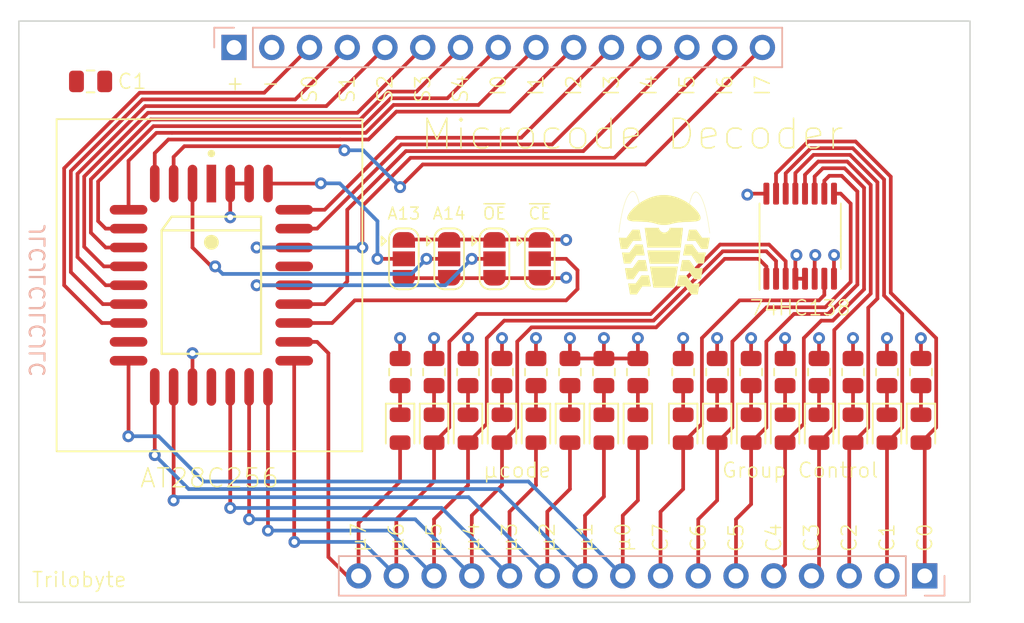
<source format=kicad_pcb>
(kicad_pcb (version 20211014) (generator pcbnew)
  (layers (0 "F.Cu" signal) (1 "In1.Cu" signal) (2 "In2.Cu" signal) (31 "B.Cu" signal) (34 "B.Paste" user) (35 "F.Paste" user) (36 "B.SilkS" user "B.Silkscreen") (37 "F.SilkS" user "F.Silkscreen") (38 "B.Mask" user) (39 "F.Mask" user) (44 "Edge.Cuts" user))
  (net 0 "")
  (net 1 "GND")
  (net 2 "VCC")
  (net 3 "~{CE}")
  (net 4 "~{OE}")
  (net 5 "A13")
  (net 6 "A14")
  (net 7 "INSTRUCTION7")
  (net 8 "INSTRUCTION2")
  (net 9 "INSTRUCTION1")
  (net 10 "INSTRUCTION0")
  (net 11 "STEP4")
  (net 12 "STEP3")
  (net 13 "STEP2")
  (net 14 "STEP1")
  (net 15 "STEP0")
  (net 16 "INSTRUCTION5")
  (net 17 "INSTRUCTION6")
  (net 18 "INSTRUCTION4")
  (net 19 "INSTRUCTION3")
  (net 20 "μ5")
  (net 21 "μ4")
  (net 22 "μ6")
  (net 23 "μ7")
  (net 24 "μ0")
  (net 25 "μ1")
  (net 26 "μ2")
  (net 27 "μ3")
  (net 28 "~{DECODE_CONTROL_7}")
  (net 29 "~{DECODE_CONTROL_6}")
  (net 30 "~{DECODE_CONTROL_5}")
  (net 31 "~{DECODE_CONTROL_4}")
  (net 32 "~{DECODE_CONTROL_3}")
  (net 33 "~{DECODE_CONTROL_2}")
  (net 34 "~{DECODE_CONTROL_1}")
  (net 35 "~{DECODE_CONTROL_0}")
  (net 40 "Net-(D1-Pad1)")
  (net 41 "Net-(D2-Pad1)")
  (net 42 "Net-(D3-Pad1)")
  (net 43 "Net-(D4-Pad1)")
  (net 44 "Net-(D5-Pad1)")
  (net 45 "Net-(D6-Pad1)")
  (net 46 "Net-(D7-Pad1)")
  (net 47 "Net-(D8-Pad1)")
  (net 48 "Net-(D9-Pad1)")
  (net 49 "Net-(D10-Pad1)")
  (net 50 "Net-(D11-Pad1)")
  (net 51 "Net-(D12-Pad1)")
  (net 52 "Net-(D13-Pad1)")
  (net 53 "Net-(D14-Pad1)")
  (net 54 "Net-(D15-Pad1)")
  (net 55 "Net-(D16-Pad1)")
  (footprint "Resistor_SMD:R_0805_2012Metric" (layer "F.Cu") (at 101.6 99.06 90)
    (fp_text reference "R2" hide)
    (fp_text value "R_Small_US" hide)
  )
  (footprint "LED_SMD:LED_0805_2012Metric" (layer "F.Cu") (at 101.6 102.87 -90)
    (fp_text reference "D2" hide)
    (fp_text value "LED" hide)
  )
  (footprint "LIBRARY-8-bit-computer:Socket-PLCC-32" (layer "F.Cu") (at 67.564 93.218)
    (fp_text reference "U2" hide)
    (fp_text value "AT28C256")
  )
  (footprint "Capacitor_SMD:C_0805_2012Metric" (layer "F.Cu") (at 59.436 79.502)
    (fp_text reference "C1")
    (fp_text value "C" hide)
  )
  (footprint "LED_SMD:LED_0805_2012Metric" (layer "F.Cu") (at 93.98 102.87 -90)
    (fp_text reference "D15" hide)
    (fp_text value "LED" hide)
  )
  (footprint "Jumper:SolderJumper-3_P1.3mm_Open_RoundedPad1.0x1.5mm" (layer "F.Cu") (at 83.566 91.44 -90)
    (fp_text reference "JP4" hide)
    (fp_text value "A14")
  )
  (footprint "LED_SMD:LED_0805_2012Metric" (layer "F.Cu") (at 108.458 102.87 -90)
    (fp_text reference "D5" hide)
    (fp_text value "LED" hide)
  )
  (footprint "LED_SMD:LED_0805_2012Metric" (layer "F.Cu") (at 80.264 102.87 -90)
    (fp_text reference "D9" hide)
    (fp_text value "LED" hide)
  )
  (footprint "Resistor_SMD:R_0805_2012Metric" (layer "F.Cu") (at 106.172 99.06 90)
    (fp_text reference "R4" hide)
    (fp_text value "R_Small_US" hide)
  )
  (footprint "LED_SMD:LED_0805_2012Metric" (layer "F.Cu") (at 115.316 102.87 -90)
    (fp_text reference "D8" hide)
    (fp_text value "LED" hide)
  )
  (footprint "Resistor_SMD:R_0805_2012Metric" (layer "F.Cu") (at 87.122 99.06 90)
    (fp_text reference "R12" hide)
    (fp_text value "R_Small_US" hide)
  )
  (footprint "Resistor_SMD:R_0805_2012Metric" (layer "F.Cu") (at 91.694 99.06 90)
    (fp_text reference "R14" hide)
    (fp_text value "R_Small_US" hide)
  )
  (footprint "Resistor_SMD:R_0805_2012Metric" (layer "F.Cu") (at 80.264 99.06 90)
    (fp_text reference "R9" hide)
    (fp_text value "R_Small_US" hide)
  )
  (footprint "Resistor_SMD:R_0805_2012Metric" (layer "F.Cu") (at 93.98 99.06 90)
    (fp_text reference "R15" hide)
    (fp_text value "R_Small_US" hide)
  )
  (footprint "Jumper:SolderJumper-3_P1.3mm_Open_RoundedPad1.0x1.5mm" (layer "F.Cu") (at 86.614 91.44 -90)
    (fp_text reference "JP2" hide)
    (fp_text value "~{OE}")
  )
  (footprint "Resistor_SMD:R_0805_2012Metric" (layer "F.Cu") (at 84.836 99.06 90)
    (fp_text reference "R11" hide)
    (fp_text value "R_Small_US" hide)
  )
  (footprint "Stephenv6:trilobyte-logo-small" (layer "F.Cu") (at 98.064 82.684116)
    (fp_text reference "REF**" hide)
    (fp_text value "trilobyte-logo-small" hide)
  )
  (footprint "LED_SMD:LED_0805_2012Metric" (layer "F.Cu") (at 84.836 102.87 -90)
    (fp_text reference "D11" hide)
    (fp_text value "LED" hide)
  )
  (footprint "Resistor_SMD:R_0805_2012Metric" (layer "F.Cu") (at 82.55 99.06 90)
    (fp_text reference "R10" hide)
    (fp_text value "R_Small_US" hide)
  )
  (footprint "LED_SMD:LED_0805_2012Metric" (layer "F.Cu") (at 110.744 102.87 -90)
    (fp_text reference "D6" hide)
    (fp_text value "LED" hide)
  )
  (footprint "LED_SMD:LED_0805_2012Metric" (layer "F.Cu") (at 113.03 102.87 -90)
    (fp_text reference "D7" hide)
    (fp_text value "LED" hide)
  )
  (footprint "LED_SMD:LED_0805_2012Metric" (layer "F.Cu") (at 106.172 102.87 -90)
    (fp_text reference "D4" hide)
    (fp_text value "LED" hide)
  )
  (footprint "Jumper:SolderJumper-3_P1.3mm_Open_RoundedPad1.0x1.5mm" (layer "F.Cu") (at 80.518 91.44 -90)
    (fp_text reference "JP3" hide)
    (fp_text value "A13")
  )
  (footprint "Package_SO:TSSOP-16_4.4x5mm_P0.65mm" (layer "F.Cu") (at 107.188 89.916 90)
    (fp_text reference "U1" hide)
    (fp_text value "74HC138")
  )
  (footprint "LED_SMD:LED_0805_2012Metric" (layer "F.Cu") (at 103.886 102.87 -90)
    (fp_text reference "D3" hide)
    (fp_text value "LED" hide)
  )
  (footprint "Resistor_SMD:R_0805_2012Metric" (layer "F.Cu") (at 103.886 99.06 90)
    (fp_text reference "R3" hide)
    (fp_text value "R_Small_US" hide)
  )
  (footprint "Resistor_SMD:R_0805_2012Metric" (layer "F.Cu") (at 110.744 99.06 90)
    (fp_text reference "R6" hide)
    (fp_text value "R_Small_US" hide)
  )
  (footprint "LED_SMD:LED_0805_2012Metric" (layer "F.Cu") (at 96.266 102.87 -90)
    (fp_text reference "D16" hide)
    (fp_text value "LED" hide)
  )
  (footprint "LED_SMD:LED_0805_2012Metric" (layer "F.Cu") (at 87.122 102.87 -90)
    (fp_text reference "D12" hide)
    (fp_text value "LED" hide)
  )
  (footprint "Resistor_SMD:R_0805_2012Metric" (layer "F.Cu") (at 113.03 99.06 90)
    (fp_text reference "R7" hide)
    (fp_text value "R_Small_US" hide)
  )
  (footprint "LED_SMD:LED_0805_2012Metric" (layer "F.Cu") (at 99.314 102.87 -90)
    (fp_text reference "D1" hide)
    (fp_text value "LED" hide)
  )
  (footprint "LED_SMD:LED_0805_2012Metric" (layer "F.Cu") (at 89.408 102.87 -90)
    (fp_text reference "D13" hide)
    (fp_text value "LED" hide)
  )
  (footprint "Jumper:SolderJumper-3_P1.3mm_Open_RoundedPad1.0x1.5mm" (layer "F.Cu") (at 89.662 91.44 -90)
    (fp_text reference "JP1" hide)
    (fp_text value "~{CE}")
  )
  (footprint "LED_SMD:LED_0805_2012Metric" (layer "F.Cu") (at 82.55 102.87 -90)
    (fp_text reference "D10" hide)
    (fp_text value "LED" hide)
  )
  (footprint "Resistor_SMD:R_0805_2012Metric" (layer "F.Cu") (at 99.314 99.06 90)
    (fp_text reference "R1" hide)
    (fp_text value "R_Small_US" hide)
  )
  (footprint "Resistor_SMD:R_0805_2012Metric" (layer "F.Cu") (at 108.458 99.06 90)
    (fp_text reference "R5" hide)
    (fp_text value "R_Small_US" hide)
  )
  (footprint "Resistor_SMD:R_0805_2012Metric" (layer "F.Cu") (at 89.408 99.06 90)
    (fp_text reference "R13" hide)
    (fp_text value "R_Small_US" hide)
  )
  (footprint "LED_SMD:LED_0805_2012Metric" (layer "F.Cu") (at 91.694 102.87 -90)
    (fp_text reference "D14" hide)
    (fp_text value "LED" hide)
  )
  (footprint "Resistor_SMD:R_0805_2012Metric" (layer "F.Cu") (at 96.266 99.06 90)
    (fp_text reference "R16" hide)
    (fp_text value "R_Small_US" hide)
  )
  (footprint "Resistor_SMD:R_0805_2012Metric" (layer "F.Cu") (at 115.316 99.06 90)
    (fp_text reference "R8" hide)
    (fp_text value "R_Small_US" hide)
  )
  (footprint "Connector_PinHeader_2.54mm:PinHeader_1x16_P2.54mm_Vertical" (layer "B.Cu") (at 115.57 112.776 90)
    (fp_text reference "J2" hide)
    (fp_text value "Conn_01x16" hide)
  )
  (footprint "Connector_PinHeader_2.54mm:PinHeader_1x15_P2.54mm_Vertical" (layer "B.Cu") (at 69.088 77.216 -90)
    (fp_text reference "J1" hide)
    (fp_text value "Conn_01x15" hide)
  )
  (gr_rect (start 54.61 75.438) (end 118.618 114.554) (layer "Edge.Cuts") (width 0.1) (fill none))
  (gr_text "JLCJLCJLCJLC" (at 55.88 94.234 90) (layer "B.SilkS") (effects (font (size 1 1)) (justify mirror)))
  (gr_text "I7" (at 104.648 78.994 90) (layer "F.SilkS") (effects (font (size 1 1) (thickness 0.1)) (justify right)))
  (gr_text "S0" (at 74.168 78.994 90) (layer "F.SilkS") (effects (font (size 1 1) (thickness 0.1)) (justify right)))
  (gr_text "C1" (at 113.03 111.252 90) (layer "F.SilkS") (effects (font (size 1 1) (thickness 0.1)) (justify left)))
  (gr_text "S4" (at 84.328 78.994 90) (layer "F.SilkS") (effects (font (size 1 1) (thickness 0.1)) (justify right)))
  (gr_text "I1" (at 89.408 78.994 90) (layer "F.SilkS") (effects (font (size 1 1) (thickness 0.1)) (justify right)))
  (gr_text "μ7" (at 77.47 111.252 90) (layer "F.SilkS") (effects (font (size 1 1) (thickness 0.1)) (justify left)))
  (gr_text "S1" (at 76.708 78.994 90) (layer "F.SilkS") (effects (font (size 1 1) (thickness 0.1)) (justify right)))
  (gr_text "+" (at 69.088 78.994 90) (layer "F.SilkS") (effects (font (size 1 1) (thickness 0.1)) (justify right)))
  (gr_text "μ1" (at 92.71 111.252 90) (layer "F.SilkS") (effects (font (size 1 1) (thickness 0.1)) (justify left)))
  (gr_text "C3" (at 107.95 111.252 90) (layer "F.SilkS") (effects (font (size 1 1) (thickness 0.1)) (justify left)))
  (gr_text "μcode" (at 88.138 105.664) (layer "F.SilkS") (effects (font (size 1 1) (thickness 0.1))))
  (gr_text "C5" (at 102.87 111.252 90) (layer "F.SilkS") (effects (font (size 1 1) (thickness 0.1)) (justify left)))
  (gr_text "S3" (at 81.788 78.994 90) (layer "F.SilkS") (effects (font (size 1 1) (thickness 0.1)) (justify right)))
  (gr_text "I3" (at 94.488 78.994 90) (layer "F.SilkS") (effects (font (size 1 1) (thickness 0.1)) (justify right)))
  (gr_text "-" (at 70.866 79.756 180) (layer "F.SilkS") (effects (font (size 1 1) (thickness 0.1)) (justify right)))
  (gr_text "C2" (at 110.49 111.252 90) (layer "F.SilkS") (effects (font (size 1 1) (thickness 0.1)) (justify left)))
  (gr_text "I4" (at 97.028 78.994 90) (layer "F.SilkS") (effects (font (size 1 1) (thickness 0.1)) (justify right)))
  (gr_text "Trilobyte" (at 58.674 113.03) (layer "F.SilkS") (effects (font (size 1 1) (thickness 0.1))))
  (gr_text "μ6" (at 80.01 111.252 90) (layer "F.SilkS") (effects (font (size 1 1) (thickness 0.1)) (justify left)))
  (gr_text "μ4" (at 85.09 111.252 90) (layer "F.SilkS") (effects (font (size 1 1) (thickness 0.1)) (justify left)))
  (gr_text "C7" (at 97.79 111.252 90) (layer "F.SilkS") (effects (font (size 1 1) (thickness 0.1)) (justify left)))
  (gr_text "μ5" (at 82.55 111.252 90) (layer "F.SilkS") (effects (font (size 1 1) (thickness 0.1)) (justify left)))
  (gr_text "μ0" (at 95.25 111.252 90) (layer "F.SilkS") (effects (font (size 1 1) (thickness 0.1)) (justify left)))
  (gr_text "μ3" (at 87.63 111.252 90) (layer "F.SilkS") (effects (font (size 1 1) (thickness 0.1)) (justify left)))
  (gr_text "C4" (at 105.41 111.252 90) (layer "F.SilkS") (effects (font (size 1 1) (thickness 0.1)) (justify left)))
  (gr_text "I6" (at 102.108 78.994 90) (layer "F.SilkS") (effects (font (size 1 1) (thickness 0.1)) (justify right)))
  (gr_text "I2" (at 91.948 78.994 90) (layer "F.SilkS") (effects (font (size 1 1) (thickness 0.1)) (justify right)))
  (gr_text "I5" (at 99.568 78.994 90) (layer "F.SilkS") (effects (font (size 1 1) (thickness 0.1)) (justify right)))
  (gr_text "μ2" (at 90.17 111.252 90) (layer "F.SilkS") (effects (font (size 1 1) (thickness 0.1)) (justify left)))
  (gr_text "I0" (at 86.868 78.994 90) (layer "F.SilkS") (effects (font (size 1 1) (thickness 0.1)) (justify right)))
  (gr_text "Group Control" (at 107.188 105.664) (layer "F.SilkS") (effects (font (size 1 1) (thickness 0.1))))
  (gr_text "C0" (at 115.57 111.252 90) (layer "F.SilkS") (effects (font (size 1 1) (thickness 0.1)) (justify left)))
  (gr_text "Microcode Decoder" (at 110.236 83.058) (layer "F.SilkS") (effects (font (size 2 2) (thickness 0.1)) (justify right)))
  (gr_text "S2" (at 79.248 78.994 90) (layer "F.SilkS") (effects (font (size 1 1) (thickness 0.1)) (justify right)))
  (gr_text "C6" (at 100.33 111.252 90) (layer "F.SilkS") (effects (font (size 1 1) (thickness 0.1)) (justify left)))
  (segment (start 87.122 98.1475) (end 87.122 96.774) (width 0.25) (layer "F.Cu") (net 1))
  (segment (start 106.863 91.257) (end 106.934 91.186) (width 0.25) (layer "F.Cu") (net 1))
  (segment (start 89.408 98.1475) (end 89.408 96.774) (width 0.25) (layer "F.Cu") (net 1))
  (segment (start 109.463 92.7785) (end 109.463 91.197) (width 0.25) (layer "F.Cu") (net 1))
  (segment (start 101.6 98.1475) (end 101.6 96.774) (width 0.25) (layer "F.Cu") (net 1))
  (segment (start 115.316 96.782598) (end 115.311701 96.778299) (width 0.25) (layer "F.Cu") (net 1))
  (segment (start 96.266 98.1475) (end 96.266 96.774) (width 0.25) (layer "F.Cu") (net 1))
  (segment (start 106.172 98.1475) (end 106.172 96.774) (width 0.25) (layer "F.Cu") (net 1))
  (segment (start 110.744 98.1475) (end 110.744 96.774007) (width 0.25) (layer "F.Cu") (net 1))
  (segment (start 99.314 98.1475) (end 99.314 96.774) (width 0.25) (layer "F.Cu") (net 1))
  (segment (start 108.458 98.1475) (end 108.458 96.774) (width 0.25) (layer "F.Cu") (net 1))
  (segment (start 109.463 91.197) (end 109.474 91.186) (width 0.25) (layer "F.Cu") (net 1))
  (segment (start 89.662 92.74) (end 91.41 92.74) (width 0.25) (layer "F.Cu") (net 1))
  (segment (start 107.513 92.7785) (end 106.863 92.7785) (width 0.25) (layer "F.Cu") (net 1))
  (segment (start 115.316 98.1475) (end 115.316 96.782598) (width 0.25) (layer "F.Cu") (net 1))
  (segment (start 82.55 98.1475) (end 82.55 96.774) (width 0.25) (layer "F.Cu") (net 1))
  (segment (start 91.694 98.1475) (end 96.266 98.1475) (width 0.25) (layer "F.Cu") (net 1))
  (segment (start 93.98 98.1475) (end 93.98 96.774) (width 0.25) (layer "F.Cu") (net 1))
  (segment (start 103.886 98.1475) (end 103.886 96.774) (width 0.25) (layer "F.Cu") (net 1))
  (segment (start 106.863 92.7785) (end 106.863 91.257) (width 0.25) (layer "F.Cu") (net 1))
  (segment (start 84.836 98.1475) (end 84.836 96.774) (width 0.25) (layer "F.Cu") (net 1))
  (segment (start 113.03 98.1475) (end 113.03 96.774) (width 0.25) (layer "F.Cu") (net 1))
  (segment (start 91.694 98.1475) (end 91.694 96.774) (width 0.25) (layer "F.Cu") (net 1))
  (segment (start 80.518 92.74) (end 89.662 92.74) (width 0.25) (layer "F.Cu") (net 1))
  (segment (start 91.41 92.74) (end 91.44 92.71) (width 0.25) (layer "F.Cu") (net 1))
  (segment (start 66.294 100.061553) (end 66.294 97.79) (width 0.25) (layer "F.Cu") (net 1))
  (segment (start 80.264 98.1475) (end 80.264 96.774) (width 0.25) (layer "F.Cu") (net 1))
  (via (at 115.311701 96.778299) (size 0.8) (drill 0.4) (layers "F.Cu" "B.Cu") (net 1))
  (via (at 110.744 96.774007) (size 0.8) (drill 0.4) (layers "F.Cu" "B.Cu") (net 1))
  (via (at 101.6 96.774) (size 0.8) (drill 0.4) (layers "F.Cu" "B.Cu") (net 1))
  (via (at 87.122 96.774) (size 0.8) (drill 0.4) (layers "F.Cu" "B.Cu") (net 1))
  (via (at 80.264 96.774) (size 0.8) (drill 0.4) (layers "F.Cu" "B.Cu") (net 1))
  (via (at 99.314 96.774) (size 0.8) (drill 0.4) (layers "F.Cu" "B.Cu") (net 1))
  (via (at 91.44 92.71) (size 0.8) (drill 0.4) (layers "F.Cu" "B.Cu") (net 1))
  (via (at 106.934 91.186) (size 0.8) (drill 0.4) (layers "F.Cu" "B.Cu") (net 1))
  (via (at 108.458 96.774) (size 0.8) (drill 0.4) (layers "F.Cu" "B.Cu") (net 1))
  (via (at 82.55 96.774) (size 0.8) (drill 0.4) (layers "F.Cu" "B.Cu") (net 1))
  (via (at 66.294 97.79) (size 0.8) (drill 0.4) (layers "F.Cu" "B.Cu") (net 1))
  (via (at 109.474 91.186) (size 0.8) (drill 0.4) (layers "F.Cu" "B.Cu") (net 1))
  (via (at 103.886 96.774) (size 0.8) (drill 0.4) (layers "F.Cu" "B.Cu") (net 1))
  (via (at 91.694 96.774) (size 0.8) (drill 0.4) (layers "F.Cu" "B.Cu") (net 1))
  (via (at 84.836 96.774) (size 0.8) (drill 0.4) (layers "F.Cu" "B.Cu") (net 1))
  (via (at 93.98 96.774) (size 0.8) (drill 0.4) (layers "F.Cu" "B.Cu") (net 1))
  (via (at 96.266 96.774) (size 0.8) (drill 0.4) (layers "F.Cu" "B.Cu") (net 1))
  (via (at 89.408 96.774) (size 0.8) (drill 0.4) (layers "F.Cu" "B.Cu") (net 1))
  (via (at 106.172 96.774) (size 0.8) (drill 0.4) (layers "F.Cu" "B.Cu") (net 1))
  (via (at 113.03 96.774) (size 0.8) (drill 0.4) (layers "F.Cu" "B.Cu") (net 1))
  (segment (start 68.834 86.374448) (end 70.104 86.374448) (width 0.25) (layer "F.Cu") (net 2))
  (segment (start 108.163 91.227) (end 108.204 91.186) (width 0.25) (layer "F.Cu") (net 2))
  (segment (start 91.41 90.14) (end 91.44 90.17) (width 0.25) (layer "F.Cu") (net 2))
  (segment (start 103.7005 87.0535) (end 103.632 87.122) (width 0.25) (layer "F.Cu") (net 2))
  (segment (start 89.662 90.14) (end 91.41 90.14) (width 0.25) (layer "F.Cu") (net 2))
  (segment (start 104.913 87.0535) (end 103.7005 87.0535) (width 0.25) (layer "F.Cu") (net 2))
  (segment (start 89.662 90.14) (end 80.518 90.14) (width 0.25) (layer "F.Cu") (net 2))
  (segment (start 68.834 86.374448) (end 68.834 88.646) (width 0.25) (layer "F.Cu") (net 2))
  (segment (start 108.163 92.7785) (end 108.163 91.227) (width 0.25) (layer "F.Cu") (net 2))
  (via (at 103.632 87.122) (size 0.8) (drill 0.4) (layers "F.Cu" "B.Cu") (net 2))
  (via (at 68.834 88.646) (size 0.8) (drill 0.4) (layers "F.Cu" "B.Cu") (net 2))
  (via (at 91.44 90.17) (size 0.8) (drill 0.4) (layers "F.Cu" "B.Cu") (net 2))
  (via (at 108.204 91.186) (size 0.8) (drill 0.4) (layers "F.Cu" "B.Cu") (net 2))
  (segment (start 92.202 93.472) (end 92.202 92.202) (width 0.25) (layer "F.Cu") (net 3))
  (segment (start 77.216 94.234) (end 91.44 94.234) (width 0.25) (layer "F.Cu") (net 3))
  (segment (start 92.202 92.202) (end 91.44 91.44) (width 0.25) (layer "F.Cu") (net 3))
  (segment (start 91.44 94.234) (end 92.202 93.472) (width 0.25) (layer "F.Cu") (net 3))
  (segment (start 75.692 95.758) (end 77.216 94.234) (width 0.25) (layer "F.Cu") (net 3))
  (segment (start 73.137553 95.758) (end 75.692 95.758) (width 0.25) (layer "F.Cu") (net 3))
  (segment (start 91.44 91.44) (end 89.662 91.44) (width 0.25) (layer "F.Cu") (net 3))
  (segment (start 85.09 91.44) (end 86.614 91.44) (width 0.25) (layer "F.Cu") (net 4))
  (segment (start 73.137553 93.218) (end 70.612 93.218) (width 0.25) (layer "F.Cu") (net 4))
  (via (at 85.09 91.44) (size 0.8) (drill 0.4) (layers "F.Cu" "B.Cu") (net 4))
  (via (at 70.612 93.218) (size 0.8) (drill 0.4) (layers "F.Cu" "B.Cu") (net 4))
  (segment (start 70.612 93.218) (end 83.312 93.218) (width 0.25) (layer "B.Cu") (net 4))
  (segment (start 83.312 93.218) (end 85.09 91.44) (width 0.25) (layer "B.Cu") (net 4))
  (segment (start 78.74 91.44) (end 80.518 91.44) (width 0.25) (layer "F.Cu") (net 5))
  (segment (start 74.915552 86.374448) (end 74.93 86.36) (width 0.25) (layer "F.Cu") (net 5))
  (segment (start 71.374 86.374448) (end 74.915552 86.374448) (width 0.25) (layer "F.Cu") (net 5))
  (via (at 74.93 86.36) (size 0.8) (drill 0.4) (layers "F.Cu" "B.Cu") (net 5))
  (via (at 78.74 91.44) (size 0.8) (drill 0.4) (layers "F.Cu" "B.Cu") (net 5))
  (segment (start 78.74 88.9) (end 78.74 91.44) (width 0.25) (layer "B.Cu") (net 5))
  (segment (start 78.486 88.646) (end 78.74 88.9) (width 0.25) (layer "B.Cu") (net 5))
  (segment (start 74.93 86.36) (end 76.2 86.36) (width 0.25) (layer "B.Cu") (net 5))
  (segment (start 76.2 86.36) (end 78.486 88.646) (width 0.25) (layer "B.Cu") (net 5))
  (segment (start 67.564 91.948) (end 67.818 91.948) (width 0.25) (layer "F.Cu") (net 6))
  (segment (start 66.294 90.678) (end 67.564 91.948) (width 0.25) (layer "F.Cu") (net 6))
  (segment (start 66.294 86.374448) (end 66.294 90.678) (width 0.25) (layer "F.Cu") (net 6))
  (segment (start 82.042 91.44) (end 83.566 91.44) (width 0.25) (layer "F.Cu") (net 6))
  (via (at 82.042 91.44) (size 0.8) (drill 0.4) (layers "F.Cu" "B.Cu") (net 6))
  (via (at 67.818 91.948) (size 0.8) (drill 0.4) (layers "F.Cu" "B.Cu") (net 6))
  (segment (start 68.326 92.456) (end 81.026 92.456) (width 0.25) (layer "B.Cu") (net 6))
  (segment (start 67.818 91.948) (end 68.326 92.456) (width 0.25) (layer "B.Cu") (net 6))
  (segment (start 81.026 92.456) (end 82.042 91.44) (width 0.25) (layer "B.Cu") (net 6))
  (segment (start 65.024 86.374448) (end 65.024 84.582) (width 0.25) (layer "F.Cu") (net 7))
  (segment (start 65.745915 83.860085) (end 76.242678 83.860085) (width 0.25) (layer "F.Cu") (net 7))
  (segment (start 104.648 77.216) (end 96.774 85.09) (width 0.25) (layer "F.Cu") (net 7))
  (segment (start 65.024 84.582) (end 65.745915 83.860085) (width 0.25) (layer "F.Cu") (net 7))
  (segment (start 76.242678 83.860085) (end 76.517666 84.135073) (width 0.25) (layer "F.Cu") (net 7))
  (segment (start 81.788 85.09) (end 80.264 86.614) (width 0.25) (layer "F.Cu") (net 7))
  (segment (start 96.774 85.09) (end 81.788 85.09) (width 0.25) (layer "F.Cu") (net 7))
  (via (at 80.264 86.614) (size 0.8) (drill 0.4) (layers "F.Cu" "B.Cu") (net 7))
  (via (at 76.517666 84.135073) (size 0.8) (drill 0.4) (layers "F.Cu" "B.Cu") (net 7))
  (segment (start 77.785073 84.135073) (end 76.517666 84.135073) (width 0.25) (layer "B.Cu") (net 7))
  (segment (start 80.264 86.614) (end 77.785073 84.135073) (width 0.25) (layer "B.Cu") (net 7))
  (segment (start 64.671423 83.410577) (end 63.754 84.328) (width 0.25) (layer "F.Cu") (net 8))
  (segment (start 63.754 84.328) (end 63.754 86.374448) (width 0.25) (layer "F.Cu") (net 8))
  (segment (start 78.136242 83.410574) (end 76.231947 83.410573) (width 0.25) (layer "F.Cu") (net 8))
  (segment (start 80.012816 81.534) (end 78.136242 83.410574) (width 0.25) (layer "F.Cu") (net 8))
  (segment (start 76.231947 83.410573) (end 64.671423 83.410577) (width 0.25) (layer "F.Cu") (net 8))
  (segment (start 91.948 77.216) (end 87.63 81.534) (width 0.25) (layer "F.Cu") (net 8))
  (segment (start 87.63 81.534) (end 80.012816 81.534) (width 0.25) (layer "F.Cu") (net 8))
  (segment (start 61.990448 84.838629) (end 63.868011 82.961066) (width 0.25) (layer "F.Cu") (net 9))
  (segment (start 63.868011 82.961066) (end 64.912592 82.961066) (width 0.25) (layer "F.Cu") (net 9))
  (segment (start 79.826623 81.084489) (end 85.539511 81.084489) (width 0.25) (layer "F.Cu") (net 9))
  (segment (start 77.950049 82.961063) (end 79.826623 81.084489) (width 0.25) (layer "F.Cu") (net 9))
  (segment (start 61.990448 88.138) (end 61.990448 84.838629) (width 0.25) (layer "F.Cu") (net 9))
  (segment (start 85.539511 81.084489) (end 89.408 77.216) (width 0.25) (layer "F.Cu") (net 9))
  (segment (start 64.912592 82.961066) (end 77.950049 82.961063) (width 0.25) (layer "F.Cu") (net 9))
  (segment (start 63.668965 82.511555) (end 77.763855 82.511553) (width 0.25) (layer "F.Cu") (net 10))
  (segment (start 77.763855 82.511553) (end 79.64043 80.634978) (width 0.25) (layer "F.Cu") (net 10))
  (segment (start 59.944 88.9) (end 59.944 86.23652) (width 0.25) (layer "F.Cu") (net 10))
  (segment (start 61.990448 89.408) (end 60.452 89.408) (width 0.25) (layer "F.Cu") (net 10))
  (segment (start 60.452 89.408) (end 59.944 88.9) (width 0.25) (layer "F.Cu") (net 10))
  (segment (start 79.64043 80.634978) (end 83.449022 80.634978) (width 0.25) (layer "F.Cu") (net 10))
  (segment (start 59.944 86.23652) (end 63.668965 82.511555) (width 0.25) (layer "F.Cu") (net 10))
  (segment (start 83.449022 80.634978) (end 86.868 77.216) (width 0.25) (layer "F.Cu") (net 10))
  (segment (start 77.577661 82.062043) (end 79.454236 80.185468) (width 0.25) (layer "F.Cu") (net 11))
  (segment (start 63.482772 82.062044) (end 77.577661 82.062043) (width 0.25) (layer "F.Cu") (net 11))
  (segment (start 79.454236 80.185468) (end 81.358532 80.185468) (width 0.25) (layer "F.Cu") (net 11))
  (segment (start 60.452 90.678) (end 59.456044 89.682044) (width 0.25) (layer "F.Cu") (net 11))
  (segment (start 81.358532 80.185468) (end 84.328 77.216) (width 0.25) (layer "F.Cu") (net 11))
  (segment (start 61.990448 90.678) (end 60.452 90.678) (width 0.25) (layer "F.Cu") (net 11))
  (segment (start 59.456044 86.088772) (end 63.482772 82.062044) (width 0.25) (layer "F.Cu") (net 11))
  (segment (start 59.456044 89.682044) (end 59.456044 86.088772) (width 0.25) (layer "F.Cu") (net 11))
  (segment (start 59.006533 90.628829) (end 59.006533 85.902579) (width 0.25) (layer "F.Cu") (net 12))
  (segment (start 77.391467 81.612533) (end 81.788 77.216) (width 0.25) (layer "F.Cu") (net 12))
  (segment (start 61.990448 91.948) (end 60.325704 91.948) (width 0.25) (layer "F.Cu") (net 12))
  (segment (start 63.296579 81.612533) (end 77.391467 81.612533) (width 0.25) (layer "F.Cu") (net 12))
  (segment (start 59.006533 85.902579) (end 63.296579 81.612533) (width 0.25) (layer "F.Cu") (net 12))
  (segment (start 60.325704 91.948) (end 59.006533 90.628829) (width 0.25) (layer "F.Cu") (net 12))
  (segment (start 60.452 93.218) (end 58.557022 91.323022) (width 0.25) (layer "F.Cu") (net 13))
  (segment (start 61.990448 93.218) (end 60.452 93.218) (width 0.25) (layer "F.Cu") (net 13))
  (segment (start 75.300978 81.163022) (end 79.248 77.216) (width 0.25) (layer "F.Cu") (net 13))
  (segment (start 63.110386 81.163022) (end 75.300978 81.163022) (width 0.25) (layer "F.Cu") (net 13))
  (segment (start 58.557022 85.716386) (end 63.110386 81.163022) (width 0.25) (layer "F.Cu") (net 13))
  (segment (start 58.557022 91.323022) (end 58.557022 85.716386) (width 0.25) (layer "F.Cu") (net 13))
  (segment (start 62.924193 80.713511) (end 73.210489 80.713511) (width 0.25) (layer "F.Cu") (net 14))
  (segment (start 58.107511 92.333659) (end 58.107511 85.530193) (width 0.25) (layer "F.Cu") (net 14))
  (segment (start 73.210489 80.713511) (end 76.708 77.216) (width 0.25) (layer "F.Cu") (net 14))
  (segment (start 58.107511 85.530193) (end 62.924193 80.713511) (width 0.25) (layer "F.Cu") (net 14))
  (segment (start 61.990448 94.488) (end 60.261852 94.488) (width 0.25) (layer "F.Cu") (net 14))
  (segment (start 60.261852 94.488) (end 58.107511 92.333659) (width 0.25) (layer "F.Cu") (net 14))
  (segment (start 71.12 80.264) (end 62.738 80.264) (width 0.25) (layer "F.Cu") (net 15))
  (segment (start 60.198 95.758) (end 61.990448 95.758) (width 0.25) (layer "F.Cu") (net 15))
  (segment (start 62.738 80.264) (end 57.658 85.344) (width 0.25) (layer "F.Cu") (net 15))
  (segment (start 57.658 85.344) (end 57.658 93.218) (width 0.25) (layer "F.Cu") (net 15))
  (segment (start 57.658 93.218) (end 60.198 95.758) (width 0.25) (layer "F.Cu") (net 15))
  (segment (start 74.168 77.216) (end 71.12 80.264) (width 0.25) (layer "F.Cu") (net 15))
  (segment (start 92.59302 84.19098) (end 80.65502 84.19098) (width 0.25) (layer "F.Cu") (net 16))
  (segment (start 76.708 88.138) (end 76.708 92.964) (width 0.25) (layer "F.Cu") (net 16))
  (segment (start 99.568 77.216) (end 92.59302 84.19098) (width 0.25) (layer "F.Cu") (net 16))
  (segment (start 80.65502 84.19098) (end 76.708 88.138) (width 0.25) (layer "F.Cu") (net 16))
  (segment (start 76.708 92.964) (end 75.184 94.488) (width 0.25) (layer "F.Cu") (net 16))
  (segment (start 75.184 94.488) (end 73.137553 94.488) (width 0.25) (layer "F.Cu") (net 16))
  (segment (start 102.108 77.216) (end 94.68351 84.64049) (width 0.25) (layer "F.Cu") (net 17))
  (segment (start 70.612 90.678) (end 73.137553 90.678) (width 0.25) (layer "F.Cu") (net 17))
  (segment (start 77.724 87.884) (end 77.724 90.678) (width 0.25) (layer "F.Cu") (net 17))
  (segment (start 94.68351 84.64049) (end 80.96751 84.64049) (width 0.25) (layer "F.Cu") (net 17))
  (segment (start 80.96751 84.64049) (end 77.724 87.884) (width 0.25) (layer "F.Cu") (net 17))
  (via (at 70.612 90.678) (size 0.8) (drill 0.4) (layers "F.Cu" "B.Cu") (net 17))
  (via (at 77.724 90.678) (size 0.8) (drill 0.4) (layers "F.Cu" "B.Cu") (net 17))
  (segment (start 77.724 90.678) (end 70.612 90.678) (width 0.25) (layer "B.Cu") (net 17))
  (segment (start 90.50253 83.74147) (end 80.34253 83.74147) (width 0.25) (layer "F.Cu") (net 18))
  (segment (start 74.676 89.408) (end 73.137553 89.408) (width 0.25) (layer "F.Cu") (net 18))
  (segment (start 97.028 77.216) (end 90.50253 83.74147) (width 0.25) (layer "F.Cu") (net 18))
  (segment (start 80.34253 83.74147) (end 74.676 89.408) (width 0.25) (layer "F.Cu") (net 18))
  (segment (start 80.03004 83.29196) (end 75.184 88.138) (width 0.25) (layer "F.Cu") (net 19))
  (segment (start 94.488 77.216) (end 88.41204 83.29196) (width 0.25) (layer "F.Cu") (net 19))
  (segment (start 75.184 88.138) (end 73.137553 88.138) (width 0.25) (layer "F.Cu") (net 19))
  (segment (start 88.41204 83.29196) (end 80.03004 83.29196) (width 0.25) (layer "F.Cu") (net 19))
  (segment (start 82.55 108.966) (end 84.836 106.68) (width 0.25) (layer "F.Cu") (net 20))
  (segment (start 101.980296 90.932) (end 104.907181 90.932) (width 0.25) (layer "F.Cu") (net 20))
  (segment (start 86.09748 96.77392) (end 87.271411 95.599989) (width 0.25) (layer "F.Cu") (net 20))
  (segment (start 105.563 91.587819) (end 105.563 92.7785) (width 0.25) (layer "F.Cu") (net 20))
  (segment (start 84.836 106.68) (end 84.836 103.8075) (width 0.25) (layer "F.Cu") (net 20))
  (segment (start 97.312307 95.599989) (end 101.980296 90.932) (width 0.25) (layer "F.Cu") (net 20))
  (segment (start 84.836 103.8075) (end 86.09748 102.54602) (width 0.25) (layer "F.Cu") (net 20))
  (segment (start 86.09748 102.54602) (end 86.09748 96.77392) (width 0.25) (layer "F.Cu") (net 20))
  (segment (start 82.55 112.776) (end 82.55 108.966) (width 0.25) (layer "F.Cu") (net 20))
  (segment (start 104.907181 90.932) (end 105.563 91.587819) (width 0.25) (layer "F.Cu") (net 20))
  (segment (start 87.271411 95.599989) (end 97.312307 95.599989) (width 0.25) (layer "F.Cu") (net 20))
  (segment (start 71.374 100.061553) (end 71.374 109.728) (width 0.25) (layer "F.Cu") (net 20))
  (via (at 71.374 109.728) (size 0.8) (drill 0.4) (layers "F.Cu" "B.Cu") (net 20))
  (segment (start 79.502 109.728) (end 82.55 112.776) (width 0.25) (layer "B.Cu") (net 20))
  (segment (start 71.374 109.728) (end 79.502 109.728) (width 0.25) (layer "B.Cu") (net 20))
  (segment (start 104.394 91.44) (end 104.913 91.959) (width 0.25) (layer "F.Cu") (net 21))
  (segment (start 88.14652 102.78298) (end 88.14652 97.01088) (width 0.25) (layer "F.Cu") (net 21))
  (segment (start 88.14652 97.01088) (end 89.107901 96.049499) (width 0.25) (layer "F.Cu") (net 21))
  (segment (start 85.09 108.712) (end 87.122 106.68) (width 0.25) (layer "F.Cu") (net 21))
  (segment (start 85.09 112.776) (end 85.09 108.712) (width 0.25) (layer "F.Cu") (net 21))
  (segment (start 70.104 100.061553) (end 70.104 108.966) (width 0.25) (layer "F.Cu") (net 21))
  (segment (start 97.498501 96.049499) (end 102.108 91.44) (width 0.25) (layer "F.Cu") (net 21))
  (segment (start 104.913 91.959) (end 104.913 92.7785) (width 0.25) (layer "F.Cu") (net 21))
  (segment (start 87.122 106.68) (end 87.122 103.8075) (width 0.25) (layer "F.Cu") (net 21))
  (segment (start 87.122 103.8075) (end 88.14652 102.78298) (width 0.25) (layer "F.Cu") (net 21))
  (segment (start 89.107901 96.049499) (end 97.498501 96.049499) (width 0.25) (layer "F.Cu") (net 21))
  (segment (start 102.108 91.44) (end 104.394 91.44) (width 0.25) (layer "F.Cu") (net 21))
  (via (at 70.104 108.966) (size 0.8) (drill 0.4) (layers "F.Cu" "B.Cu") (net 21))
  (segment (start 70.104 108.966) (end 81.28 108.966) (width 0.25) (layer "B.Cu") (net 21))
  (segment (start 81.28 108.966) (end 85.09 112.776) (width 0.25) (layer "B.Cu") (net 21))
  (segment (start 80.01 108.966) (end 82.55 106.426) (width 0.25) (layer "F.Cu") (net 22))
  (segment (start 83.57452 102.78298) (end 83.57452 97.01088) (width 0.25) (layer "F.Cu") (net 22))
  (segment (start 82.55 103.8075) (end 83.57452 102.78298) (width 0.25) (layer "F.Cu") (net 22))
  (segment (start 97.126114 95.150478) (end 101.794103 90.482489) (width 0.25) (layer "F.Cu") (net 22))
  (segment (start 106.213 91.602115) (end 106.213 92.7785) (width 0.25) (layer "F.Cu") (net 22))
  (segment (start 101.794103 90.482489) (end 105.093375 90.48249) (width 0.25) (layer "F.Cu") (net 22))
  (segment (start 73.137553 110.475553) (end 73.152 110.49) (width 0.25) (layer "F.Cu") (net 22))
  (segment (start 105.093375 90.48249) (end 106.213 91.602115) (width 0.25) (layer "F.Cu") (net 22))
  (segment (start 82.55 106.426) (end 82.55 103.8075) (width 0.25) (layer "F.Cu") (net 22))
  (segment (start 73.137553 98.298) (end 73.137553 110.475553) (width 0.25) (layer "F.Cu") (net 22))
  (segment (start 85.434922 95.150478) (end 97.126114 95.150478) (width 0.25) (layer "F.Cu") (net 22))
  (segment (start 83.57452 97.01088) (end 85.434922 95.150478) (width 0.25) (layer "F.Cu") (net 22))
  (segment (start 80.01 112.776) (end 80.01 108.966) (width 0.25) (layer "F.Cu") (net 22))
  (via (at 73.152 110.49) (size 0.8) (drill 0.4) (layers "F.Cu" "B.Cu") (net 22))
  (segment (start 77.724 110.49) (end 80.01 112.776) (width 0.25) (layer "B.Cu") (net 22))
  (segment (start 73.152 110.49) (end 77.724 110.49) (width 0.25) (layer "B.Cu") (net 22))
  (segment (start 76.708 112.776) (end 77.47 112.776) (width 0.25) (layer "F.Cu") (net 23))
  (segment (start 73.137553 97.028) (end 74.676 97.028) (width 0.25) (layer "F.Cu") (net 23))
  (segment (start 74.676 97.028) (end 75.438 97.79) (width 0.25) (layer "F.Cu") (net 23))
  (segment (start 77.47 109.22) (end 80.264 106.426) (width 0.25) (layer "F.Cu") (net 23))
  (segment (start 75.438 97.79) (end 75.438 111.506) (width 0.25) (layer "F.Cu") (net 23))
  (segment (start 80.264 106.426) (end 80.264 103.8075) (width 0.25) (layer "F.Cu") (net 23))
  (segment (start 77.47 112.776) (end 77.47 109.22) (width 0.25) (layer "F.Cu") (net 23))
  (segment (start 75.438 111.506) (end 76.708 112.776) (width 0.25) (layer "F.Cu") (net 23))
  (segment (start 95.25 112.776) (end 95.25 108.712) (width 0.25) (layer "F.Cu") (net 24))
  (segment (start 95.25 108.712) (end 96.266 107.696) (width 0.25) (layer "F.Cu") (net 24))
  (segment (start 96.266 107.696) (end 96.266 103.8075) (width 0.25) (layer "F.Cu") (net 24))
  (segment (start 61.990448 103.363552) (end 61.976 103.378) (width 0.25) (layer "F.Cu") (net 24))
  (segment (start 61.990448 98.298) (end 61.990448 103.363552) (width 0.25) (layer "F.Cu") (net 24))
  (via (at 61.976 103.378) (size 0.8) (drill 0.4) (layers "F.Cu" "B.Cu") (net 24))
  (segment (start 64.008 103.378) (end 67.056 106.426) (width 0.25) (layer "B.Cu") (net 24))
  (segment (start 61.976 103.378) (end 64.008 103.378) (width 0.25) (layer "B.Cu") (net 24))
  (segment (start 88.9 106.426) (end 95.25 112.776) (width 0.25) (layer "B.Cu") (net 24))
  (segment (start 67.056 106.426) (end 88.9 106.426) (width 0.25) (layer "B.Cu") (net 24))
  (segment (start 92.71 112.776) (end 92.71 108.712) (width 0.25) (layer "F.Cu") (net 25))
  (segment (start 63.754 100.061553) (end 63.754 104.648) (width 0.25) (layer "F.Cu") (net 25))
  (segment (start 92.71 108.712) (end 93.98 107.442) (width 0.25) (layer "F.Cu") (net 25))
  (segment (start 93.98 107.442) (end 93.98 103.8075) (width 0.25) (layer "F.Cu") (net 25))
  (via (at 63.754 104.648) (size 0.8) (drill 0.4) (layers "F.Cu" "B.Cu") (net 25))
  (segment (start 66.04 106.934) (end 86.868 106.934) (width 0.25) (layer "B.Cu") (net 25))
  (segment (start 63.754 104.648) (end 66.04 106.934) (width 0.25) (layer "B.Cu") (net 25))
  (segment (start 86.868 106.934) (end 92.71 112.776) (width 0.25) (layer "B.Cu") (net 25))
  (segment (start 91.694 106.934) (end 91.694 103.8075) (width 0.25) (layer "F.Cu") (net 26))
  (segment (start 90.17 108.458) (end 91.694 106.934) (width 0.25) (layer "F.Cu") (net 26))
  (segment (start 65.024 100.061553) (end 65.024 107.696) (width 0.25) (layer "F.Cu") (net 26))
  (segment (start 90.17 112.776) (end 90.17 108.458) (width 0.25) (layer "F.Cu") (net 26))
  (via (at 65.024 107.696) (size 0.8) (drill 0.4) (layers "F.Cu" "B.Cu") (net 26))
  (segment (start 65.240501 107.479499) (end 65.024 107.696) (width 0.25) (layer "B.Cu") (net 26))
  (segment (start 84.873499 107.479499) (end 65.240501 107.479499) (width 0.25) (layer "B.Cu") (net 26))
  (segment (start 90.17 112.776) (end 84.873499 107.479499) (width 0.25) (layer "B.Cu") (net 26))
  (segment (start 68.834 100.061553) (end 68.834 108.204) (width 0.25) (layer "F.Cu") (net 27))
  (segment (start 87.63 108.458) (end 89.408 106.68) (width 0.25) (layer "F.Cu") (net 27))
  (segment (start 87.63 112.776) (end 87.63 108.458) (width 0.25) (layer "F.Cu") (net 27))
  (segment (start 89.408 106.68) (end 89.408 103.8075) (width 0.25) (layer "F.Cu") (net 27))
  (via (at 68.834 108.204) (size 0.8) (drill 0.4) (layers "F.Cu" "B.Cu") (net 27))
  (segment (start 87.63 112.776) (end 83.058 108.204) (width 0.25) (layer "B.Cu") (net 27))
  (segment (start 83.058 108.204) (end 68.834 108.204) (width 0.25) (layer "B.Cu") (net 27))
  (segment (start 100.57548 102.54602) (end 100.57548 96.77392) (width 0.25) (layer "F.Cu") (net 28))
  (segment (start 99.314 106.934) (end 99.314 103.8075) (width 0.25) (layer "F.Cu") (net 28))
  (segment (start 97.79 112.776) (end 97.79 108.458) (width 0.25) (layer "F.Cu") (net 28))
  (segment (start 108.813 93.879) (end 108.813 92.7785) (width 0.25) (layer "F.Cu") (net 28))
  (segment (start 108.458 94.234) (end 108.813 93.879) (width 0.25) (layer "F.Cu") (net 28))
  (segment (start 99.314 103.8075) (end 100.57548 102.54602) (width 0.25) (layer "F.Cu") (net 28))
  (segment (start 100.57548 96.77392) (end 103.1154 94.234) (width 0.25) (layer "F.Cu") (net 28))
  (segment (start 103.1154 94.234) (end 108.458 94.234) (width 0.25) (layer "F.Cu") (net 28))
  (segment (start 97.79 108.458) (end 99.314 106.934) (width 0.25) (layer "F.Cu") (net 28))
  (segment (start 109.9135 87.0535) (end 109.463 87.0535) (width 0.25) (layer "F.Cu") (net 29))
  (segment (start 102.62452 97.01088) (end 104.934433 94.700967) (width 0.25) (layer "F.Cu") (net 29))
  (segment (start 102.62452 102.78298) (end 102.62452 97.01088) (width 0.25) (layer "F.Cu") (net 29))
  (segment (start 110.586935 87.726935) (end 109.9135 87.0535) (width 0.25) (layer "F.Cu") (net 29))
  (segment (start 100.33 108.966) (end 101.6 107.696) (width 0.25) (layer "F.Cu") (net 29))
  (segment (start 104.934433 94.700967) (end 108.878394 94.700967) (width 0.25) (layer "F.Cu") (net 29))
  (segment (start 100.33 112.776) (end 100.33 108.966) (width 0.25) (layer "F.Cu") (net 29))
  (segment (start 101.6 107.696) (end 101.6 103.8075) (width 0.25) (layer "F.Cu") (net 29))
  (segment (start 101.6 103.8075) (end 102.62452 102.78298) (width 0.25) (layer "F.Cu") (net 29))
  (segment (start 110.586935 92.992426) (end 110.586935 87.726935) (width 0.25) (layer "F.Cu") (net 29))
  (segment (start 108.878394 94.700967) (end 110.586935 92.992426) (width 0.25) (layer "F.Cu") (net 29))
  (segment (start 111.036445 86.906445) (end 109.982 85.852) (width 0.25) (layer "F.Cu") (net 30))
  (segment (start 109.982 85.852) (end 109.146319 85.852) (width 0.25) (layer "F.Cu") (net 30))
  (segment (start 106.770922 95.150478) (end 109.065522 95.150478) (width 0.25) (layer "F.Cu") (net 30))
  (segment (start 109.065522 95.150478) (end 111.036445 93.179555) (width 0.25) (layer "F.Cu") (net 30))
  (segment (start 109.146319 85.852) (end 108.813 86.185319) (width 0.25) (layer "F.Cu") (net 30))
  (segment (start 103.886 107.95) (end 103.886 103.8075) (width 0.25) (layer "F.Cu") (net 30))
  (segment (start 108.813 86.185319) (end 108.813 87.0535) (width 0.25) (layer "F.Cu") (net 30))
  (segment (start 102.87 108.966) (end 103.886 107.95) (width 0.25) (layer "F.Cu") (net 30))
  (segment (start 104.91052 102.78298) (end 104.91052 97.01088) (width 0.25) (layer "F.Cu") (net 30))
  (segment (start 104.91052 97.01088) (end 106.770922 95.150478) (width 0.25) (layer "F.Cu") (net 30))
  (segment (start 111.036445 93.179555) (end 111.036445 86.906445) (width 0.25) (layer "F.Cu") (net 30))
  (segment (start 103.886 103.8075) (end 104.91052 102.78298) (width 0.25) (layer "F.Cu") (net 30))
  (segment (start 102.87 112.776) (end 102.87 108.966) (width 0.25) (layer "F.Cu") (net 30))
  (segment (start 105.41 112.776) (end 106.172 112.014) (width 0.25) (layer "F.Cu") (net 31))
  (segment (start 108.163 85.893) (end 108.712 85.344) (width 0.25) (layer "F.Cu") (net 31))
  (segment (start 111.485956 93.492044) (end 109.378011 95.599989) (width 0.25) (layer "F.Cu") (net 31))
  (segment (start 108.607411 95.599989) (end 107.43348 96.77392) (width 0.25) (layer "F.Cu") (net 31))
  (segment (start 107.43348 102.54602) (end 106.172 103.8075) (width 0.25) (layer "F.Cu") (net 31))
  (segment (start 110.172385 85.344) (end 111.485956 86.657571) (width 0.25) (layer "F.Cu") (net 31))
  (segment (start 107.43348 96.77392) (end 107.43348 102.54602) (width 0.25) (layer "F.Cu") (net 31))
  (segment (start 109.378011 95.599989) (end 108.607411 95.599989) (width 0.25) (layer "F.Cu") (net 31))
  (segment (start 108.712 85.344) (end 110.172385 85.344) (width 0.25) (layer "F.Cu") (net 31))
  (segment (start 106.172 112.014) (end 106.172 103.8075) (width 0.25) (layer "F.Cu") (net 31))
  (segment (start 108.163 87.0535) (end 108.163 85.893) (width 0.25) (layer "F.Cu") (net 31))
  (segment (start 111.485956 86.657571) (end 111.485956 93.492044) (width 0.25) (layer "F.Cu") (net 31))
  (segment (start 111.935467 93.776581) (end 111.935466 86.471377) (width 0.25) (layer "F.Cu") (net 32))
  (segment (start 110.358578 84.894489) (end 108.399511 84.894489) (width 0.25) (layer "F.Cu") (net 32))
  (segment (start 108.458 112.268) (end 108.458 103.8075) (width 0.25) (layer "F.Cu") (net 32))
  (segment (start 108.458 103.8075) (end 109.48252 102.78298) (width 0.25) (layer "F.Cu") (net 32))
  (segment (start 109.48252 96.229528) (end 111.935467 93.776581) (width 0.25) (layer "F.Cu") (net 32))
  (segment (start 111.935466 86.471377) (end 110.358578 84.894489) (width 0.25) (layer "F.Cu") (net 32))
  (segment (start 107.95 112.776) (end 108.458 112.268) (width 0.25) (layer "F.Cu") (net 32))
  (segment (start 107.513 85.781) (end 107.513 87.0535) (width 0.25) (layer "F.Cu") (net 32))
  (segment (start 108.399511 84.894489) (end 107.513 85.781) (width 0.25) (layer "F.Cu") (net 32))
  (segment (start 109.48252 102.78298) (end 109.48252 96.229528) (width 0.25) (layer "F.Cu") (net 32))
  (segment (start 111.76852 102.78298) (end 110.744 103.8075) (width 0.25) (layer "F.Cu") (net 33))
  (segment (start 112.384978 94.117022) (end 111.76852 94.73348) (width 0.25) (layer "F.Cu") (net 33))
  (segment (start 111.76852 94.73348) (end 111.76852 102.78298) (width 0.25) (layer "F.Cu") (net 33))
  (segment (start 106.863 87.0535) (end 106.863 85.669) (width 0.25) (layer "F.Cu") (net 33))
  (segment (start 106.863 85.669) (end 108.087021 84.444979) (width 0.25) (layer "F.Cu") (net 33))
  (segment (start 110.544772 84.444979) (end 112.384977 86.285184) (width 0.25) (layer "F.Cu") (net 33))
  (segment (start 112.384977 86.285184) (end 112.384978 94.117022) (width 0.25) (layer "F.Cu") (net 33))
  (segment (start 108.087021 84.444979) (end 110.544772 84.444979) (width 0.25) (layer "F.Cu") (net 33))
  (segment (start 110.49 104.0615) (end 110.744 103.8075) (width 0.25) (layer "F.Cu") (net 33))
  (segment (start 110.49 112.776) (end 110.49 104.0615) (width 0.25) (layer "F.Cu") (net 33))
  (segment (start 113.03 112.776) (end 113.03 103.8075) (width 0.25) (layer "F.Cu") (net 34))
  (segment (start 114.05452 102.78298) (end 114.05452 95.132224) (width 0.25) (layer "F.Cu") (net 34))
  (segment (start 113.03 103.8075) (end 114.05452 102.78298) (width 0.25) (layer "F.Cu") (net 34))
  (segment (start 112.834486 93.91219) (end 112.834487 86.09899) (width 0.25) (layer "F.Cu") (net 34))
  (segment (start 110.730965 83.995468) (end 107.900827 83.995469) (width 0.25) (layer "F.Cu") (net 34))
  (segment (start 106.213 85.683296) (end 106.213 87.0535) (width 0.25) (layer "F.Cu") (net 34))
  (segment (start 107.900827 83.995469) (end 106.213 85.683296) (width 0.25) (layer "F.Cu") (net 34))
  (segment (start 112.834487 86.09899) (end 110.730965 83.995468) (width 0.25) (layer "F.Cu") (net 34))
  (segment (start 114.05452 95.132224) (end 112.834486 93.91219) (width 0.25) (layer "F.Cu") (net 34))
  (segment (start 115.57 112.776) (end 115.57 104.0615) (width 0.25) (layer "F.Cu") (net 35))
  (segment (start 115.57 104.0615) (end 115.316 103.8075) (width 0.25) (layer "F.Cu") (net 35))
  (segment (start 115.316 103.8075) (end 116.34052 102.78298) (width 0.25) (layer "F.Cu") (net 35))
  (segment (start 113.283997 85.912796) (end 110.917158 83.545957) (width 0.25) (layer "F.Cu") (net 35))
  (segment (start 105.563 85.697592) (end 105.563 87.0535) (width 0.25) (layer "F.Cu") (net 35))
  (segment (start 107.714633 83.545959) (end 105.563 85.697592) (width 0.25) (layer "F.Cu") (net 35))
  (segment (start 116.34052 102.78298) (end 116.34052 96.78252) (width 0.25) (layer "F.Cu") (net 35))
  (segment (start 116.34052 96.78252) (end 113.283997 93.725997) (width 0.25) (layer "F.Cu") (net 35))
  (segment (start 113.283997 93.725997) (end 113.283997 85.912796) (width 0.25) (layer "F.Cu") (net 35))
  (segment (start 110.917158 83.545957) (end 107.714633 83.545959) (width 0.25) (layer "F.Cu") (net 35))
  (segment (start 99.314 101.9325) (end 99.314 99.9725) (width 0.25) (layer "F.Cu") (net 40))
  (segment (start 101.6 101.9325) (end 101.6 99.9725) (width 0.25) (layer "F.Cu") (net 41))
  (segment (start 103.886 99.9725) (end 103.886 101.9325) (width 0.25) (layer "F.Cu") (net 42))
  (segment (start 106.172 101.9325) (end 106.172 99.9725) (width 0.25) (layer "F.Cu") (net 43))
  (segment (start 108.458 99.9725) (end 108.458 101.9325) (width 0.25) (layer "F.Cu") (net 44))
  (segment (start 110.744 101.9325) (end 110.744 99.9725) (width 0.25) (layer "F.Cu") (net 45))
  (segment (start 113.03 99.9725) (end 113.03 101.9325) (width 0.25) (layer "F.Cu") (net 46))
  (segment (start 115.316 101.9325) (end 115.316 99.9725) (width 0.25) (layer "F.Cu") (net 47))
  (segment (start 80.264 99.9725) (end 80.264 101.9325) (width 0.25) (layer "F.Cu") (net 48))
  (segment (start 82.55 101.9325) (end 82.55 99.9725) (width 0.25) (layer "F.Cu") (net 49))
  (segment (start 84.836 99.9725) (end 84.836 101.9325) (width 0.25) (layer "F.Cu") (net 50))
  (segment (start 87.122 101.9325) (end 87.122 99.9725) (width 0.25) (layer "F.Cu") (net 51))
  (segment (start 89.408 99.9725) (end 89.408 101.9325) (width 0.25) (layer "F.Cu") (net 52))
  (segment (start 91.694 101.9325) (end 91.694 99.9725) (width 0.25) (layer "F.Cu") (net 53))
  (segment (start 93.98 99.9725) (end 93.98 101.9325) (width 0.25) (layer "F.Cu") (net 54))
  (segment (start 96.266 101.9325) (end 96.266 99.9725) (width 0.25) (layer "F.Cu") (net 55))
)
</source>
